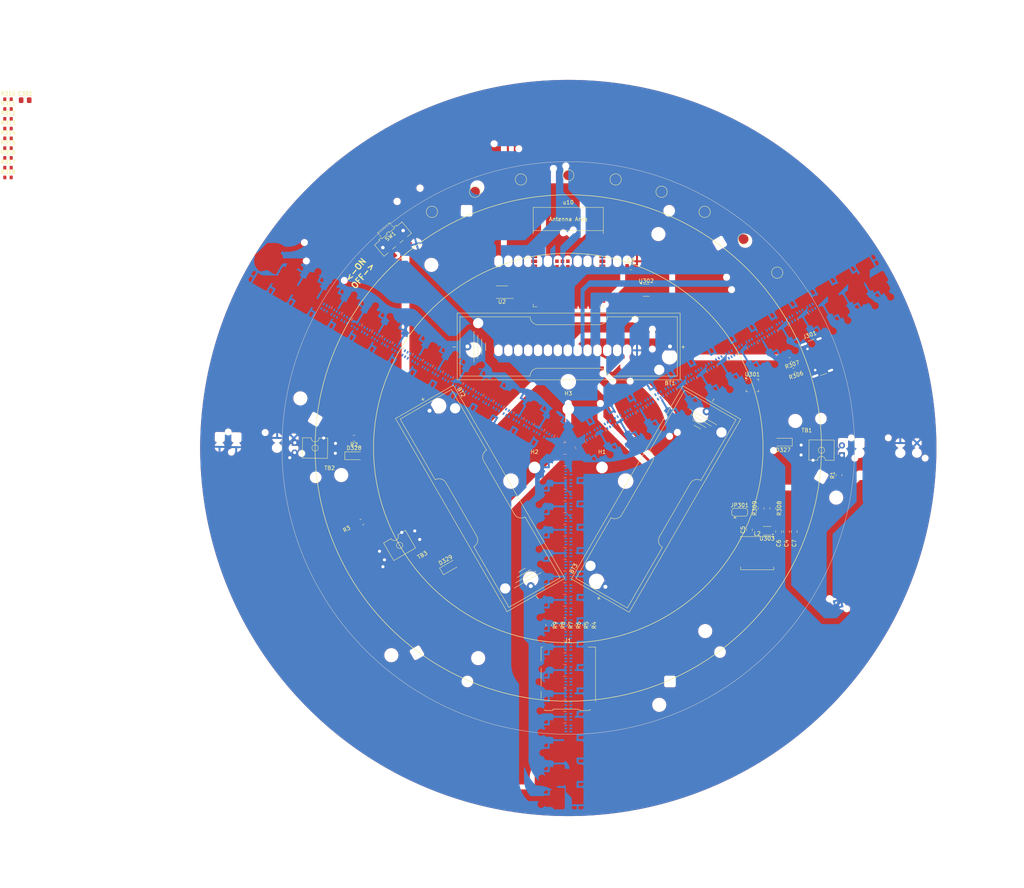
<source format=kicad_pcb>
(kicad_pcb (version 20241229) (generator "pcbnew") (generator_version "9.0")
  (layers (0 "F.Cu" signal) (2 "B.Cu" signal) (13 "F.Paste" user) (15 "B.Paste" user) (5 "F.SilkS" user "F.Silkscreen") (7 "B.SilkS" user "B.Silkscreen") (1 "F.Mask" user) (3 "B.Mask" user) (25 "Edge.Cuts" user))
  (net 0 "")
  (net 1 "Net-(BT1-+)")
  (net 2 "Net-(u10-EN)")
  (net 3 "+5V")
  (net 4 "+3V3")
  (net 5 "+BATT")
  (net 6 "BATT_COND")
  (net 7 "Net-(D327-K)")
  (net 8 "Net-(D0-CO)")
  (net 9 "Net-(D101-DO)")
  (net 10 "Net-(D101-CO)")
  (net 11 "GND")
  (net 12 "Net-(D102-CO)")
  (net 13 "Net-(D102-DO)")
  (net 14 "Net-(D103-CO)")
  (net 15 "/DI")
  (net 16 "/CI")
  (net 17 "Net-(D103-DO)")
  (net 18 "/OPTO_in_0")
  (net 19 "/OPTO_in_1")
  (net 20 "/OPTO_in_2")
  (net 21 "Net-(D104-CO)")
  (net 22 "Net-(U302-BP)")
  (net 23 "/dat_1")
  (net 24 "Net-(D104-DO)")
  (net 25 "Net-(D105-CO)")
  (net 26 "Net-(D105-DO)")
  (net 27 "Net-(D106-CO)")
  (net 28 "Net-(D106-DO)")
  (net 29 "Net-(D107-DO)")
  (net 30 "Net-(D107-CO)")
  (net 31 "Net-(D108-DO)")
  (net 32 "Net-(D108-CO)")
  (net 33 "Net-(D109-CO)")
  (net 34 "Net-(D109-DO)")
  (net 35 "Net-(D110-CO)")
  (net 36 "Net-(D110-DO)")
  (net 37 "Net-(D111-CO)")
  (net 38 "Net-(D111-DO)")
  (net 39 "Net-(D112-DO)")
  (net 40 "Net-(D112-CO)")
  (net 41 "Net-(D113-DO)")
  (net 42 "Net-(D113-CO)")
  (net 43 "Net-(D114-DO)")
  (net 44 "Net-(D114-CO)")
  (net 45 "Net-(D115-CO)")
  (net 46 "Net-(D115-DO)")
  (net 47 "Net-(D116-DO)")
  (net 48 "Net-(D116-CO)")
  (net 49 "Net-(D117-CO)")
  (net 50 "Net-(D117-DO)")
  (net 51 "Net-(D118-CO)")
  (net 52 "Net-(D118-DO)")
  (net 53 "Net-(D119-CO)")
  (net 54 "Net-(D119-DO)")
  (net 55 "Net-(D120-CO)")
  (net 56 "Net-(D120-DO)")
  (net 57 "Net-(D121-CO)")
  (net 58 "Net-(D121-DO)")
  (net 59 "Net-(D122-DO)")
  (net 60 "Net-(D122-CO)")
  (net 61 "Net-(D123-CO)")
  (net 62 "Net-(D123-DO)")
  (net 63 "Net-(D201-DO)")
  (net 64 "Net-(D201-CO)")
  (net 65 "Net-(D202-DO)")
  (net 66 "Net-(D202-CO)")
  (net 67 "Net-(D203-DO)")
  (net 68 "Net-(D203-CO)")
  (net 69 "Net-(D204-DO)")
  (net 70 "Net-(D204-CO)")
  (net 71 "Net-(D205-DO)")
  (net 72 "Net-(D205-CO)")
  (net 73 "Net-(D206-CO)")
  (net 74 "Net-(D206-DO)")
  (net 75 "Net-(D207-DO)")
  (net 76 "Net-(D207-CO)")
  (net 77 "Net-(D208-CO)")
  (net 78 "Net-(D208-DO)")
  (net 79 "Net-(D209-CO)")
  (net 80 "Net-(D209-DO)")
  (net 81 "Net-(D210-CO)")
  (net 82 "Net-(D210-DO)")
  (net 83 "Net-(D211-DO)")
  (net 84 "Net-(D211-CO)")
  (net 85 "Net-(D212-DO)")
  (net 86 "Net-(D212-CO)")
  (net 87 "Net-(D213-DO)")
  (net 88 "Net-(D213-CO)")
  (net 89 "Net-(D214-DO)")
  (net 90 "Net-(D214-CO)")
  (net 91 "Net-(D215-CO)")
  (net 92 "Net-(D215-DO)")
  (net 93 "Net-(D216-CO)")
  (net 94 "Net-(D216-DO)")
  (net 95 "Net-(D217-CO)")
  (net 96 "Net-(D217-DO)")
  (net 97 "Net-(D218-CO)")
  (net 98 "Net-(D218-DO)")
  (net 99 "Net-(D219-CO)")
  (net 100 "Net-(D219-DO)")
  (net 101 "Net-(D220-CO)")
  (net 102 "Net-(D220-DO)")
  (net 103 "Net-(D221-DO)")
  (net 104 "Net-(D221-CO)")
  (net 105 "Net-(D222-CO)")
  (net 106 "Net-(D222-DO)")
  (net 107 "Net-(D328-K)")
  (net 108 "Net-(D329-K)")
  (net 109 "Net-(D223-DO)")
  (net 110 "/CO_1")
  (net 111 "/DO_1")
  (net 112 "/CO_3")
  (net 113 "/DO_3")
  (net 114 "/dat_2")
  (net 115 "/spi_clk")
  (net 116 "/dat_0")
  (net 117 "/dat_3")
  (net 118 "Net-(D223-CO)")
  (net 119 "Net-(D301-CO)")
  (net 120 "Net-(D301-DO)")
  (net 121 "Net-(D302-CO)")
  (net 122 "Net-(D302-DO)")
  (net 123 "Net-(D303-CO)")
  (net 124 "Net-(D303-DO)")
  (net 125 "Net-(D304-DO)")
  (net 126 "Net-(D304-CO)")
  (net 127 "Net-(D305-CO)")
  (net 128 "Net-(D305-DO)")
  (net 129 "Net-(D306-DO)")
  (net 130 "Net-(D306-CO)")
  (net 131 "Net-(D307-DO)")
  (net 132 "Net-(D307-CO)")
  (net 133 "Net-(D308-CO)")
  (net 134 "Net-(D308-DO)")
  (net 135 "Net-(D309-CO)")
  (net 136 "Net-(D309-DO)")
  (net 137 "Net-(D310-DO)")
  (net 138 "Net-(D310-CO)")
  (net 139 "Net-(D311-CO)")
  (net 140 "Net-(D311-DO)")
  (net 141 "Net-(D312-DO)")
  (net 142 "Net-(D312-CO)")
  (net 143 "Net-(D313-DO)")
  (net 144 "Net-(D313-CO)")
  (net 145 "Net-(D314-DO)")
  (net 146 "Net-(D314-CO)")
  (net 147 "Net-(D315-CO)")
  (net 148 "Net-(D315-DO)")
  (net 149 "Net-(D316-DO)")
  (net 150 "Net-(D316-CO)")
  (net 151 "Net-(D317-DO)")
  (net 152 "Net-(D317-CO)")
  (net 153 "Net-(D318-CO)")
  (net 154 "Net-(D318-DO)")
  (net 155 "Net-(D319-CO)")
  (net 156 "Net-(D319-DO)")
  (net 157 "Net-(D320-DO)")
  (net 158 "Net-(D320-CO)")
  (net 159 "Net-(D321-CO)")
  (net 160 "Net-(D321-DO)")
  (net 161 "Net-(D322-CO)")
  (net 162 "Net-(D322-DO)")
  (net 163 "Net-(D323-CO)")
  (net 164 "Net-(D323-DO)")
  (net 167 "/cmd")
  (net 168 "V USB")
  (net 169 "Net-(JP301-C)")
  (net 170 "usb_d-")
  (net 171 "Net-(J301-CC1)")
  (net 172 "usb_d+")
  (net 173 "Net-(J301-CC2)")
  (net 176 "Net-(U303-SW)")
  (net 177 "Net-(U303-FB)")
  (net 178 "Net-(SW1-B)")
  (net 181 "Net-(SW301-A)")
  (net 182 "Net-(D0-DO)")
  (net 184 "/touch_pad_01")
  (net 185 "Net-(R311-Pad2)")
  (net 186 "/touch_pad_02")
  (net 188 "Net-(R312-Pad2)")
  (net 189 "/touch_pad_03")
  (net 190 "Net-(R313-Pad2)")
  (net 191 "Net-(R314-Pad2)")
  (net 193 "/touch_pad_04")
  (net 194 "Net-(R315-Pad2)")
  (net 196 "/touch_pad_05")
  (net 197 "/touch_pad_06")
  (net 199 "Net-(R316-Pad2)")
  (net 203 "/touch_pad_07")
  (net 204 "Net-(R317-Pad2)")
  (net 206 "Net-(R318-Pad2)")
  (net 207 "/touch_pad_08")
  (net 209 "/CI_3v3")
  (net 212 "/DI_3v3")
  (net 213 "Net-(u10-GPIO0{slash}BOOT)")
  (net 214 "Net-(D326-K)")
  (net 215 "Net-(D325-K)")
  (net 216 "Net-(U301-ISET)")
  (net 217 "Net-(U301-TS)")
  (net 218 "Net-(U301-ILIM)")
  (footprint "MountingHole:MountingHole_3mm" (layer "F.Cu") (at 150 90)
    (property "Reference" "H3")
    (property "Value" "MountingHole")
  )
  (footprint "Connector_Card:microSD_HC_Hirose_DM3AT-SF-PEJM5" (layer "F.Cu") (at 150 159)
    (property "Reference" "J1")
    (property "Value" "Micro_SD_Card")
  )
  (footprint "Resistor_SMD:R_0603_1608Metric" (layer "F.Cu") (at 208 80 -160)
    (property "Reference" "R306")
    (property "Value" "5.1k")
  )
  (footprint "Library:ESP32-S3-WROOM-1" (layer "F.Cu") (at 150 54)
    (property "Reference" "u10")
    (property "Value" "ESP32-S3-WROOM-1")
  )
  (footprint "Jumper:SolderJumper-3_P1.3mm_Bridged12_RoundedPad1.0x1.5mm" (layer "F.Cu") (at 194 116.5)
    (property "Reference" "JP301")
    (property "Value" "SolderJumper_3_Bridged12")
  )
  (footprint "TestPoint:TestPoint_Pad_D2.5mm" (layer "F.Cu") (at 173.94141 34.221517)
    (property "Reference" "TP5" (hide yes))
    (property "Value" "DI")
  )
  (footprint "Resistor_SMD:R_0805_2012Metric_Pad1.20x1.40mm_HandSolder" (layer "F.Cu") (at 147 145.5 -90)
    (property "Reference" "R8")
    (property "Value" "10k")
  )
  (footprint "Resistor_SMD:R_0603_1608Metric" (layer "F.Cu") (at 6.1733 25.529)
    (property "Reference" "R316")
    (property "Value" "510")
  )
  (footprint "Resistor_SMD:R_0603_1608Metric" (layer "F.Cu") (at 6.1733 10.469)
    (property "Reference" "R310")
    (property "Value" "5.1k")
  )
  (footprint "Capacitor_SMD:C_0805_2012Metric_Pad1.18x1.45mm_HandSolder" (layer "F.Cu") (at 206 121.4625 -90)
    (property "Reference" "C4")
    (property "Value" "22uF")
  )
  (footprint "Package_TO_SOT_SMD:SOT-23-5" (layer "F.Cu") (at 170 59.5)
    (property "Reference" "U302")
    (property "Value" "SPX3819M5-L-3-3")
  )
  (footprint "Resistor_SMD:R_0805_2012Metric_Pad1.20x1.40mm_HandSolder" (layer "F.Cu") (at 95 97.5 180)
    (property "Reference" "R2")
    (property "Value" "~3.3k")
  )
  (footprint "Library:MULTI_PART_THRU_BEAM" (layer "F.Cu") (at 214.997525 100.567225 179.5)
    (property "Reference" "TB1")
    (property "Value" "SFH617A-3X006")
  )
  (footprint "Resistor_SMD:R_0603_1608Metric" (layer "F.Cu") (at 6.1733 17.999)
    (property "Reference" "R313")
    (property "Value" "510")
  )
  (footprint "TestPoint:TestPoint_Pad_D2.5mm" (layer "F.Cu") (at 162.155372 31.063457)
    (property "Reference" "TP1" (hide yes))
    (property "Value" "CI")
  )
  (footprint "Capacitor_SMD:C_0805_2012Metric_Pad1.18x1.45mm_HandSolder" (layer "F.Cu") (at 10.5833 10.719)
    (property "Reference" "C301")
    (property "Value" "1uF")
  )
  (footprint "Capacitor_SMD:C_0805_2012Metric_Pad1.18x1.45mm_HandSolder" (layer "F.Cu") (at 204 121.4625 -90)
    (property "Reference" "C6")
    (property "Value" "22uF")
  )
  (footprint "Library:Spinner_BatteryHolder_Keystone_2460_1xAA" (layer "F.Cu") (at 172.51666 113 60)
    (property "Reference" "BT3")
    (property "Value" "Battery_Cell")
  )
  (footprint "Button_Switch_SMD:SW_SPDT_CK-JS102011SAQN" (layer "F.Cu") (at 105.004867 46.376889 -140)
    (property "Reference" "SW1")
    (property "Value" "SW_SPDT")
  )
  (footprint "Library:MULTI_PART_THRU_BEAM" (layer "F.Cu") (at 85 100 -1)
    (property "Reference" "TB2")
    (property "Value" "SFH617A-3X006")
  )
  (footprint "Inductor_SMD:L_Coilcraft_XAL7030-102" (layer "F.Cu") (at 198.5 127)
    (property "Reference" "L2")
    (property "Value" "1 uH")
  )
  (footprint "Resistor_SMD:R_0805_2012Metric" (layer "F.Cu") (at 202.5 115.5 -90)
    (property "Reference" "R308")
    (property "Value" "732k")
  )
  (footprint "TestPoint:TestPoint_Pad_D2.5mm" (layer "F.Cu") (at 185 39.378222)
    (property "Reference" "TP8" (hide yes))
    (property "Value" "Opto_0")
  )
  (footprint "Resistor_SMD:R_0805_2012Metric_Pad1.20x1.40mm_HandSolder" (layer "F.Cu") (at 97 119 -150)
    (property "Reference" "R3")
    (property "Value" "~3.3k")
  )
  (footprint "Resistor_SMD:R_0603_1608Metric" (layer "F.Cu") (at 6.1733 20.509)
    (property "Reference" "R314")
    (property "Value" "510")
  )
  (footprint "Resistor_SMD:R_0603_1608Metric" (layer "F.Cu") (at 6.1733 12.979)
    (property "Reference" "R311")
    (property "Value" "510")
  )
  (footprint "TestPoint:TestPoint_Pad_D2.5mm" (layer "F.Cu") (at 203.623111 55.004867)
    (property "Reference" "TP6" (hide yes))
    (property "Value" "Opto_2")
  )
  (footprint "Resistor_SMD:R_0603_1608Metric" (layer "F.Cu") (at 207 77.282167 -160)
    (property "Reference" "R307")
    (property "Value" "5.1k")
  )
  (footprint "Resistor_SMD:R_0805_2012Metric_Pad1.20x1.40mm_HandSolder" (layer "F.Cu") (at 219.5 107 90)
    (property "Reference" "R1")
    (property "Value" "~3.3k")
  )
  (footprint "Package_SO:MSOP-8_3x3mm_P0.65mm" (layer "F.Cu") (at 133 60 180)
    (property "Reference" "U2")
    (property "Value" "RS0102")
  )
  (footprint "TestPoint:TestPoint_Pad_D2.5mm" (layer "F.Cu") (at 115 39.378222)
    (property "Reference" "TP9" (hide yes))
    (property "Value" "BATT")
  )
  (footprint "Resistor_SMD:R_0805_2012Metric_Pad1.20x1.40mm_HandSolder" (layer "F.Cu") (at 149 145.5 -90)
    (property "Reference" "R7")
    (property "Value" "10k")
  )
  (footprint "TestPoint:TestPoint_Pad_D2.5mm" (layer "F.Cu") (at 194.995133 46.376889)
    (property "Reference" "TP7" (hide yes))
    (property "Value" "Opto_1")
  )
  (footprint "Library:Spinner_BatteryHolder_Keystone_2460_1xAA" (layer "F.Cu") (at 150 74 180)
    (property "Reference" "BT1")
    (property "Value" "Battery_Cell")
  )
  (footprint "MountingHole:MountingHole_3mm" (layer "F.Cu") (at 141.339746 105)
    (property "Reference" "H2")
    (property "Value" "MountingHole")
  )
  (footprint "Diode_SMD:D_SOD-123" (layer "F.Cu") (at 119.5 130.5 30)
    (property "Reference" "D329")
    (property "Value" "D_Current-regulator")
  )
  (footprint "Package_DFN_QFN:VQFN-16-1EP_3x3mm_P0.5mm_EP1.6x1.6mm" (layer "F.Cu") (at 197.25 83.9375)
    (property "Reference" "U301")
    (property "Value" "BQ24073RGT")
  )
  (footprint "TestPoint:TestPoint_Pad_D2.5mm" (layer "F.Cu") (at 150 30)
    (property "Reference" "TP2" (hide yes))
    (property "Value" "GND")
  )
  (footprint "Diode_SMD:D_SOD-123" (layer "F.Cu") (at 95 102)
    (property "Reference" "D328")
    (property "Value" "D_Current-regulator")
  )
  (footprint "Capacitor_SMD:C_0805_2012Metric" (layer "F.Cu") (at 166.05 53.5)
    (property "Reference" "C8")
    (property "Value" "10nF")
  )
  (footprint "Resistor_SMD:R_0603_1608Metric" (layer "F.Cu") (at 6.1733 15.489)
    (property "Reference" "R312")
    (property "Value" "510")
  )
  (footprint "Resistor_SMD:R_0805_2012Metric" (layer "F.Cu") (at 199.5 115.5 90)
    (property "Reference" "R309")
    (property "Value" "100k")
  )
  (footprint "TestPoint:TestPoint_Pad_D2.5mm" (layer "F.Cu") (at 126.05859 34.221517)
    (property "Reference" "TP4" (hide yes))
    (property "Value" "5VCC")
  )
  (footprint "TestPoint:TestPoint_Pad_D2.5mm" (layer "F.Cu") (at 137.844628 31.063457)
    (property "Reference" "TP3" (hide yes))
    (property "Value" "3v3")
  )
  (footprint "Resistor_SMD:R_0603_1608Metric" (layer "F.Cu") (at 6.1733 28.039)
    (property "Reference" "R317")
    (property "Value" "510")
  )
  (footprint "Resistor_SMD:R_0603_1608Metric" (layer "F.Cu") (at 6.1733 23.019)
    (property "Reference" "R315")
    (property "Value" "510")
  )
  (footprint "Capacitor_SMD:C_0805_2012Metric_Pad1.18x1.45mm_HandSolder" (layer "F.Cu") (at 208 121.4625 -90)
    (property "Reference" "C7")
    (property "Value" "22uF")
  )
  (footprint "Package_DFN_QFN:Texas_RWU0007A_VQFN-7_2x2mm_P0.5mm" (layer "F.Cu") (at 201.025 121.25 180)
    (property "Reference" "U303")
    (property "Value" "TPS61022")
  )
  (footprint "Library:Spinner_BatteryHolder_Keystone_2460_1xAA" (layer "F.Cu") (at 127.48334 113 -60)
    (property "Reference" "BT2")
    (property "Value" "Battery_Cell")
  )
  (footprint "Capacitor_SMD:C_0805_2012Metric_Pad1.18x1.45mm_HandSolder" (layer "F.Cu") (at 196.5 121 90)
    (property "Reference" "C5")
    (property "Value" "10uF")
  )
  (footprint "Resistor_SMD:R_0805_2012Metric_Pad1.20x1.40mm_HandSolder" (layer "F.Cu") (at 153 145.5 -90)
    (property "Reference" "R5")
    (property "Value" "10k")
  )
  (footprint "Resistor_SMD:R_0805_2012Metric_Pad1.20x1.40mm_HandSolder" (layer "F.Cu") (at 145 145.5 -90)
    (property "Reference" "R9")
    (property "Value" "10k")
  )
  (footprint "MountingHole:MountingHole_3mm" (layer "F.Cu") (at 158.660254 105)
    (property "Reference" "H1")
    (property "Value" "MountingHole")
  )
  (footprint "Resistor_SMD:R_0805_2012Metric_Pad1.20x1.40mm_HandSolder" (layer "F.Cu") (at 151 145.5 -90)
    (property "Reference" "R6")
    (property "Value" "10k")
  )
  (footprint "Resistor_SMD:R_0603_1608Metric" (layer "F.Cu") (at 6.1733 30.549)
    (property "Reference" "R318")
    (property "Value" "510")
  )
  (footprint "Resistor_SMD:R_0805_2012Metric_Pad1.20x1.40mm_HandSolder" (layer "F.Cu") (at 155 145.5 -90)
    (property "Reference" "R4")
    (property "Value" "10k")
  )
  (footprint "Diode_SMD:D_SOD-123" (layer "F.Cu") (at 205.15 98.5 180)
    (property "Reference" "D327")
    (property "Value" "D_Current-regulator")
  )
  (footprint "Connector_USB:USB_C_Receptacle_GCT_USB4105-xx-A_16P_TopMnt_Horizontal" (layer "F.Cu") (at 214.838791 76.40061 110)
    (property "Reference" "J301")
    (property "Value" "USB_C_Receptacle_USB2.0_16P")
  )
  (footprint "Library:MULTI_PART_THRU_BEAM" (layer "F.Cu") (at 106.69873 125 30)
    (property "Reference" "TB3")
    (property "Value" "SFH617A-3X006")
  )
  (footprint "Library:SK9822-hakz" (layer "B.Cu") (at 150 145)
    (property "Reference" "D115" (hide yes))
    (property "Value" "APA102" (hide yes))
  )
  (footprint "Library:SK9822-hakz" (layer "B.Cu") (at 98.038476 70 -120)
    (property "Reference" "D220" (hide yes))
    (property "Value" "APA102" (hide yes))
  )
  (footprint "Library:SK9822-hakz" (layer "B.Cu") (at 150 115)
    (property "Reference" "D105" (hide yes))
    (property "Value" "APA102" (hide yes))
  )
  (footprint "Library:SK9822-hakz" (layer "B.Cu") (at 100.636552 71.5 -120)
    (property "Reference" "D219" (hide yes))
    (property "Value" "APA102" (hide yes))
  )
  (footprint "Library:SK9822-hakz" (layer "B.Cu") (at 181.176915 82 120)
    (property "Reference" "D312" (hide yes))
    (property "Value" "APA102" (hide yes))
  )
  (footprint "Library:SK9822-hakz" (layer "B.Cu") (at 111.028857 77.5 -120)
    (property "Reference" "D215" (hide yes))
    (property "Value" "APA102" (hide yes))
  )
  (footprint "Library:SK9822-hakz" (layer "B.Cu") (at 137.009619 92.5 -120)
    (property "Reference" "D205" (hide yes))
    (property "Value" "APA102" (hide yes))
  )
  (footprint "Library:SK9822-hakz" (layer "B.Cu") (at 152.598076 98.5 120)
    (property "Reference" "D301" (hide yes))
    (property "Value" "APA102" (hide yes))
  )
  (footprint "Library:SK9822-hakz" (layer "B.Cu") (at 147.401924 98.5 -120)
    (property "Reference" "D201" (hide yes))
    (property "Value" "APA102" (hide yes))
  )
  (footprint "Library:SK9822-hakz" (layer "B.Cu") (at 121.421162 83.5 -120)
    (property "Reference" "D211" (hide yes))
    (property "Value" "APA102" (hide yes))
  )
  (footprint "Library:SK9822-hakz" (layer "B.Cu") (at 92.842323 67 -120)
    (property "Reference" "D222" (hide yes))
    (property "Value" "APA102" (hide yes))
  )
  (footprint "Library:SK9822-hakz" (layer "B.Cu") (at 126.617314 86.5 -120)
    (property "Reference" "D209" (hide yes))
    (property "Value" "APA102" (hide yes))
  )
  (footprint "Library:SK9822-hakz" (layer "B.Cu") (at 204.552672 68.504 120)
    (property "Reference" "D321" (hide yes))
    (property "Value" "APA102" (hide yes))
  )
  (footprint "Library:SK9822-hakz" (layer "B.Cu") (at 134.411543 91 -120)
    (property "Reference" "D206" (hide yes))
    (property "Value" "APA102" (hide yes))
  )
  (footprint "Library:SK9822-hakz" (layer "B.Cu") (at 150 157)
    (property "Reference" "D119" (hide yes))
    (property "Value" "APA102" (hide yes))
  )
  (footprint "Library:SK9822-hakz" (layer "B.Cu") (at 178.578838 83.5 120)
    (property "Reference" "D311" (hide yes))
    (property "Value" "APA102" (hide yes))
  )
  (footprint "Library:SK9822-hakz" (layer "B.Cu") (at 150 154)
    (property "Reference" "D118" (hide yes))
    (property "Value" "APA102" (hide yes))
  )
  (footprint "Library:SK9822-hakz" (layer "B.Cu") (at 162.990381 92.5 120)
    (property "Reference" "D305" (hide yes))
    (property "Value" "APA102" (hide yes))
  )
  (footprint "Library:SK9822-hakz" (layer "B.Cu") (at 118.823085 82 -120)
    (property "Reference" "D212" (hide yes))
    (property "Value" "APA102" (hide yes))
  )
  (footprint "Library:SK9822-hakz" (layer "B.Cu") (at 175.980762 85 120)
    (property "Reference" "D310" (hide yes))
    (property "Value" "APA102" (hide yes))
  )
  (footprint "Library:SK9822-hakz" (layer "B.Cu") (at 160.392305 94 120)
    (property "Reference" "D304" (hide yes))
    (property "Value" "APA102" (hide yes))
  )
  (footprint "Library:SK9822-hakz" (layer "B.Cu") (at 150 106)
    (property "Reference" "D102" (hide yes))
    (property "Value" "APA102" (hide yes))
  )
  (footprint "Library:SK9822-hakz" (layer "B.Cu") (at 103.234628 73 -120)
    (property "Reference" "D218" (hide yes))
    (property "Value" "APA102" (hide yes))
  )
  (footprint "Library:SK9822-hakz" (layer "B.Cu") (at 150 130)
    (property "Reference" "D110" (hide yes))
    (property "Value" "APA102" (hide yes))
  )
  (footprint "Library:SK9822-hakz" (layer "B.Cu") (at 150 103)
    (property "Reference" "D0" (hide yes))
    (property "Value" "APA102" (hide yes))
  )
  (footprint "Library:SK9822-hakz" (layer "B.Cu") (at 150 142)
    (property "Reference" "D114" (hide yes))
    (property "Value" "APA102" (hide yes))
  )
  (footprint "Library:SK9822-hakz" (layer "B.Cu") (at 142.205771 95.5 -120)
    (property "Reference" "D203" (hide yes))
    (property "Value" "APA102" (hide yes))
  )
  (footprint "Library:SK9822-hakz" (layer "B.Cu") (at 144.803848 97 -120)
    (property "Reference" "D202" (hide yes))
    (property "Value" "APA102" (hide yes))
  )
  (footprint "Library:SK9822-hakz" (layer "B.Cu") (at 170.78461 88 120)
    (property "Reference" "D308" (hide yes))
    (property "Value" "APA102" (hide yes))
  )
  (footprint "Library:SK9822-hakz" (layer "B.Cu") (at 150 139)
    (property "Reference" "D113" (hide yes))
    (property "Value" "APA102" (hide yes))
  )
  (footprint "Library:SK9822-hakz" (layer "B.Cu") (at 150 133)
    (property "Reference" "D111" (hide yes))
    (property "Value" "APA102" (hide yes))
  )
  (footprint "Library:SK9822-hakz" (layer "B.Cu") (at 150 166)
    (property "Reference" "D122" (hide yes))
    (property "Value" "APA102" (hide yes))
  )
  (footprint "Library:SK9822-hakz" (layer "B.Cu") (at 186.373067 79 120)
    (property "Reference" "D314" (hide yes))
    (property "Value" "APA102" (hide yes))
  )
  (footprint "Library:SK9822-hakz" (layer "B.Cu") (at 150 148)
    (property "Reference" "D116" (hide yes))
    (property "Value" "APA102" (hide yes))
  )
  (footprint "Library:SK9822-hakz" (layer "B.Cu") (at 165.588457 91 120)
    (property "Reference" "D306" (hide yes))
    (property "Value" "APA102" (hide yes))
  )
  (footprint "Library:SK9822-hakz" (layer "B.Cu") (at 212.353829 64 120)
    (property "Reference" "D324" (hide yes))
    (property "Value" "APA102" (hide yes))
  )
  (footprint "Library:SK9822-hakz" (layer "B.Cu") (at 150 172)
    (property "Reference" "D124" (hide yes))
    (property "Value" "APA102" (hide yes))
  )
  (footprint "Library:SK9822-hakz" (layer "B.Cu") (at 124.019238 85 -120)
    (property "Reference" "D210" (hide yes))
    (property "Value" "APA102" (hide yes))
  )
  (footprint "Library:SK9822-hakz" (layer "B.Cu") (at 131.813467 89.5 -120)
    (property "Reference" "D207" (hide yes))
    (property "Value" "APA102" (hide yes))
  )
  (footprint "Library:SK9822-hakz" (layer "B.Cu") (at 113.626933 79 -120)
    (property "Reference" "D214" (hide yes))
    (property "Value" "APA102" (hide yes))
  )
  (footprint "Library:SK9822-hakz" (layer "B.Cu") (at 194.167296 74.5 120)
    (property "Reference" "D317" (hide yes))
    (property "Value" "APA102" (hide yes))
  )
  (footprint "Library:SK9822-hakz" (layer "B.Cu") (at 201.961524 70 120)
    (property "Reference" "D320" (hide yes))
    (property "Value" "APA102" (hide yes))
  )
  (footprint "Library:SK9822-hakz" (layer "B.Cu") (at 116.225009 80.5 -120)
    (property "Reference" "D213" (hide yes))
    (property "Value" "APA102" (hide yes))
  )
  (footprint "Library:SK9822-hakz" (layer "B.Cu") (at 108.430781 76 -120)
    (property "Reference" "D216" (hide yes))
    (property "Value" "APA102" (hide yes))
  )
  (footprint "Library:SK9822-hakz" (layer "B.Cu") (at 207.157677 67 120)
    (property "Reference" "D322" (hide yes))
    (property "Value" "APA102" (hide yes))
  )
  (footprint "Library:SK9822-hakz" (layer "B.Cu") (at 150 118)
    (property "Reference" "D106" (hide yes))
    (property "Value" "APA102" (hide yes))
  )
  (footprint "Library:SK9822-hakz" (layer "B.Cu") (at 95.4404 68.5 -120)
    (property "Reference" "D221" (hide yes))
    (property "Value" "APA102" (hide yes))
  )
  (footprint "Library:SK9822-hakz" (layer "B.Cu") (at 150 151)
    (property "Reference" "D117" (hide yes))
    (property "Value" "APA102" (hide yes))
  )
  (footprint "Library:SK9822-hakz" (layer "B.Cu") (at 87.646171 64 -120)
    (property "Reference" "D224" (hide yes))
    (property "Value" "APA102" (hide yes))
  )
  (footprint "Library:SK9822-hakz" (layer "B.Cu") (at 150 112)
    (property "Reference" "D104" (hide yes))
    (property "Value" "APA102" (hide yes))
  )
  (footprint "Library:SK9822-hakz" (layer "B.Cu") (at 150 100)
    (property "Reference" "D101" (hide yes))
    (property "Value" "APA102" (hide yes))
  )
  (footprint "Library:SK9822-hakz" (layer "B.Cu") (at 157.794229 95.5 120)
    (property "Reference" "D303" (hide yes))
    (property "Value" "APA102" (hide yes))
  )
  (footprint "Library:SK9822-hakz" (layer "B.Cu") (at 209.755753 65.5 120)
    (property "Reference" "D323" (hide yes))
    (property "Value" "APA102" (hide yes))
  )
  (footprint "Library:SK9822-hakz" (layer "B.Cu") (at 188.971143 77.5 120)
    (property "Reference" "D315" (hide yes))
    (property "Value" "APA102" (hide yes))
  )
  (footprint "Library:SK9822-hakz" (layer "B.Cu") (at 196.765372 73 120)
    (property "Reference" "D318" (hide yes))
    (property "Value" "APA102" (hide yes))
  )
  (footprint "Library:SK9822-hakz" (layer "B.Cu") (at 150 121)
    (property "Reference" "D107" (hide yes))
    (property "Value" "APA102" (hide yes))
  )
  (footprint "Library:SK9822-hakz" (layer "B.Cu") (at 155.196152 97 120)
    (property "Reference" "D302" (hide yes))
    (property "Value" "APA102" (hide yes))
  )
  (footprint "Library:SK9822-hakz" (layer "B.Cu") (at 150 169)
    (property "Reference" "D123" (hide yes))
    (property "Value" "APA102" (hide yes))
  )
  (footprint "Library:SK9822-hakz" (layer "B.Cu") (at 139.607695 94 -120)
    (property "Reference" "D204" (hide yes))
    (property "Value" "APA102" (hide yes))
  )
  (footprint "Library:SK9822-hakz" (layer "B.Cu") (at 168.186533 89.5 120)
    (property "Reference" "D307" (hide yes))
    (property "Value" "APA102" (hide yes))
  )
  (footprint "Library:SK9822-hakz" (layer "B.Cu") (at 183.774991 80.5 120)
    (property "Reference" "D313" (hide yes))
    (property "Value" "APA102" (hide yes))
  )
  (footprint "Library:SK9822-hakz" (layer "B.Cu") (at 150 160)
    (property "Reference" "D120" (hide yes))
    (property "Value" "APA102" (hide yes))
  )
  (footprint "Library:SK9822-hakz" (layer "B.Cu") (at 105.832704 74.5 -120)
    (property "Reference" "D217" (hide yes))
    (property "Value" "APA102" (hide yes))
  )
  (footprint "Library:SK9822-hakz" (layer "B.Cu") (at 173.382686 86.5 120)
    (property "Reference" "D309" (hide yes))
    (property "Value" "APA102" (hide yes))
  )
  (footprint "Library:SK9822-hakz" (layer "B.Cu") (at 150 127)
    (property "Reference" "D109" (hide yes))
    (property "Value" "APA102" (hide yes))
  )
  (footprint "Library:SK9822-hakz" (layer "B.Cu") (at 90.244247 65.5 -120)
    (property "Reference" "D223" (hide yes))
    (property "Value" "APA102" (hide yes))
  )
  (footprint "Library:SK9822-hakz" (layer "B.Cu") (at 199.363448 71.5 120)
    (property "Reference" "D319" (hide yes))
    (property "Value" "APA102" (hide yes))
  )
  (footprint "Library:SK9822-hakz" (layer "B.Cu") (at 129.21539 88 -120)
    (property "Reference" "D208" (hide yes))
    (property "Value" "APA102" (hide yes))
  )
  (footprint "Library:SK9822-hakz" (layer "B.Cu") (at 150 163)
    (property "Reference" "D121" (hide yes))
    (property "Value" "APA102" (hide yes))
  )
  (footprint "Library:SK9822-hakz" (layer "B.Cu") (at 191.569219 76 120)
    (property "Reference" "D316" (hide yes))
    (property "Value" "APA102" (hide yes))
  )
  (footprint "Library:SK9822-hakz" (layer "B.Cu") (at 150 124)
    (property "Reference" "D108" (hide yes))
    (property "Value" "APA102" (hide yes))
  )
  (footprint "Library:SK9822-hakz" (layer "B.Cu") (at 150 109)
    (property "Reference" "D103" (hide yes))
    (property "Value" "APA102" (hide yes))
  )
  (footprint "Library:SK9822-hakz" (layer "B.Cu") (at 150 136)
    (property "Reference" "D112" (hide yes))
    (property "Value" "APA102" (hide yes))
  )
  (gr_circle (center 150 100) (end 200 100) (stroke (width 0.15)) (fill no) (layer "F.SilkS"))
  (gr_circle (center 150 100) (end 215 100) (stroke (width 0.15)) (fill no) (layer "F.SilkS"))
  (gr_circle (center 150 100) (end 223.5 100) (stroke (width 0.1)) (fill no) (layer "Edge.Cuts"))
  (gr_text "<-ON\nOFF->" (at 96.376889 55.004867 50) (layer "F.SilkS") (effects (font (size 1.5 1.5) (thickness 0.3))))
  (zone (net 3) (net_name "+5V") (layer "F.Cu") (connect_pads (clearance 0.508)) (min_thickness 0.254) (fill yes (thermal_gap 0.508) (thermal_bridge_width 0.508))
    (polygon (pts (xy 259 -5) (xy 266 152) (xy 186.000001 213) (xy 80 209) (xy 32 95) (xy 62 -14.999999)))
  )
  (zone (net 11) (net_name "GND") (layer "B.Cu") (connect_pads (clearance 0.508)) (min_thickness 0.254) (fill yes (thermal_gap 0.508) (thermal_bridge_width 0.508))
    (polygon (pts (xy 257 68) (xy 267 169) (xy 234 191) (xy 146 201) (xy 49 180) (xy 43 91) (xy 74 1.999999) (xy 203 -11)))
  )
)
</source>
